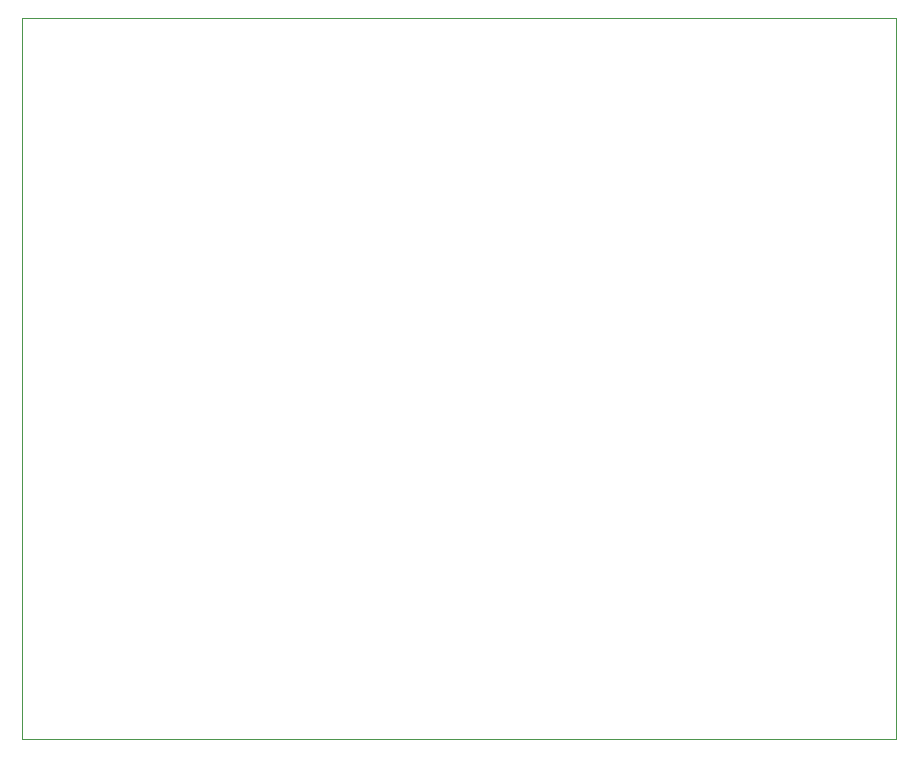
<source format=gbr>
%TF.GenerationSoftware,KiCad,Pcbnew,(5.1.6)-1*%
%TF.CreationDate,2020-11-04T18:23:40+01:00*%
%TF.ProjectId,rps_ki,7270735f-6b69-42e6-9b69-6361645f7063,rev?*%
%TF.SameCoordinates,Original*%
%TF.FileFunction,Profile,NP*%
%FSLAX46Y46*%
G04 Gerber Fmt 4.6, Leading zero omitted, Abs format (unit mm)*
G04 Created by KiCad (PCBNEW (5.1.6)-1) date 2020-11-04 18:23:40*
%MOMM*%
%LPD*%
G01*
G04 APERTURE LIST*
%TA.AperFunction,Profile*%
%ADD10C,0.050000*%
%TD*%
G04 APERTURE END LIST*
D10*
X109485600Y-91656800D02*
X35485600Y-91656800D01*
X109485600Y-91656800D02*
X109485600Y-91656800D01*
X35485600Y-30656800D02*
X109485600Y-30656800D01*
X109485600Y-30656800D02*
X109485600Y-91656800D01*
X35485600Y-91656800D02*
X35485600Y-30656800D01*
M02*

</source>
